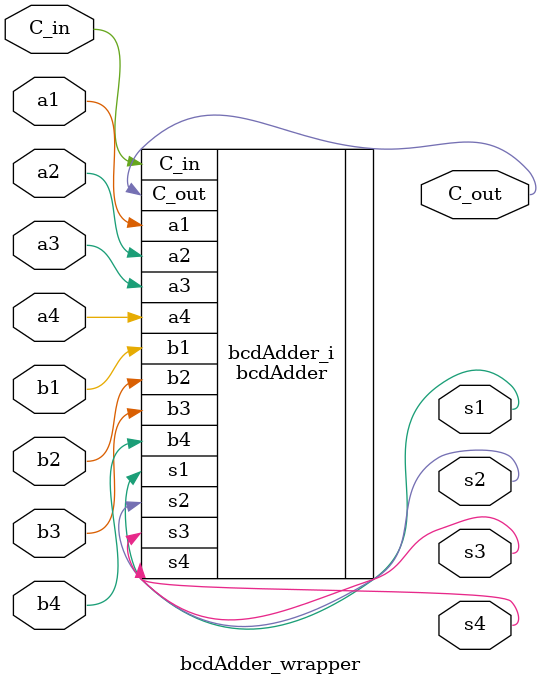
<source format=v>
`timescale 1 ps / 1 ps

module bcdAdder_wrapper
   (C_in,
    C_out,
    a1,
    a2,
    a3,
    a4,
    b1,
    b2,
    b3,
    b4,
    s1,
    s2,
    s3,
    s4);
  input [0:0]C_in;
  output [0:0]C_out;
  input [0:0]a1;
  input [0:0]a2;
  input [0:0]a3;
  input [0:0]a4;
  input [0:0]b1;
  input [0:0]b2;
  input [0:0]b3;
  input [0:0]b4;
  output [0:0]s1;
  output [0:0]s2;
  output [0:0]s3;
  output [0:0]s4;

  wire [0:0]C_in;
  wire [0:0]C_out;
  wire [0:0]a1;
  wire [0:0]a2;
  wire [0:0]a3;
  wire [0:0]a4;
  wire [0:0]b1;
  wire [0:0]b2;
  wire [0:0]b3;
  wire [0:0]b4;
  wire [0:0]s1;
  wire [0:0]s2;
  wire [0:0]s3;
  wire [0:0]s4;

  bcdAdder bcdAdder_i
       (.C_in(C_in),
        .C_out(C_out),
        .a1(a1),
        .a2(a2),
        .a3(a3),
        .a4(a4),
        .b1(b1),
        .b2(b2),
        .b3(b3),
        .b4(b4),
        .s1(s1),
        .s2(s2),
        .s3(s3),
        .s4(s4));
endmodule

</source>
